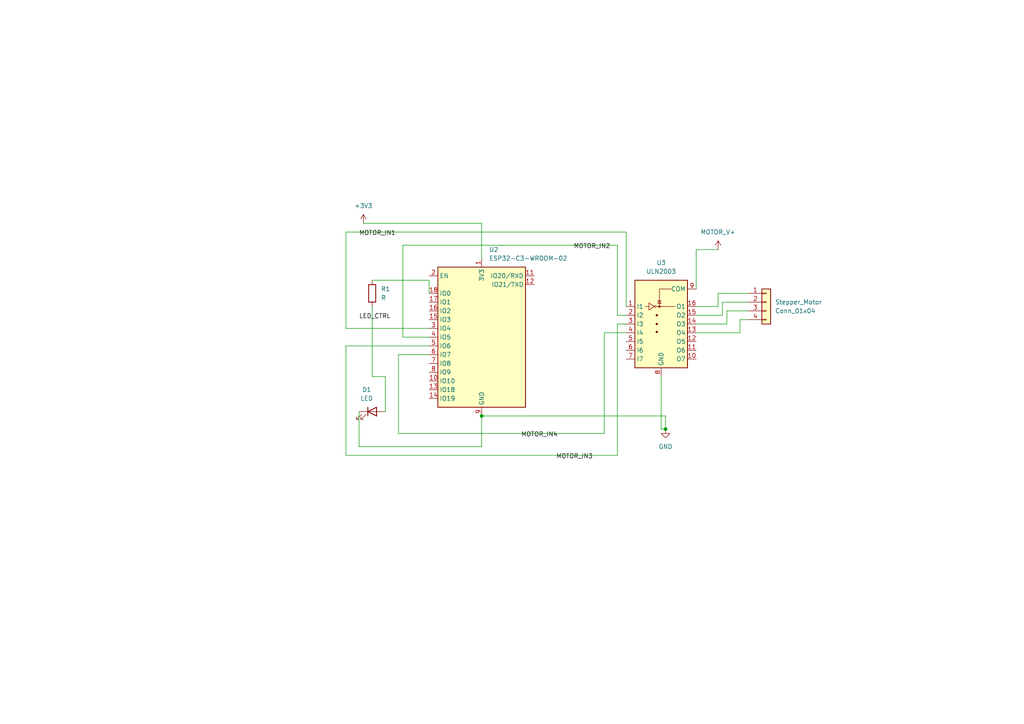
<source format=kicad_sch>
(kicad_sch (version 20250114) (generator "eeschema") (generator_version "9.0")
  (paper "A4")
  (lib_symbols
    (symbol "Connector_Generic:Conn_01x04" (pin_names (offset 1.016) (hide yes))
      (property "Reference" "J" (at 0 5.08 0))
      (property "Value" "Conn_01x04" (at 0 -7.62 0))
      (symbol "Conn_01x04_1_1"
        (rectangle (start -1.27 3.81) (end 1.27 -6.35) (stroke (width 0.254)) (fill (type background)))
        (rectangle (start -1.27 2.667) (end 0 2.413) (stroke (width 0.1524)))
        (rectangle (start -1.27 0.127) (end 0 -0.127) (stroke (width 0.1524)))
        (rectangle (start -1.27 -2.413) (end 0 -2.667) (stroke (width 0.1524)))
        (rectangle (start -1.27 -4.953) (end 0 -5.207) (stroke (width 0.1524)))
        (pin passive line (at -5.08 2.54 0) (length 3.81) (name "Pin_1") (number "1"))
        (pin passive line (at -5.08 0 0) (length 3.81) (name "Pin_2") (number "2"))
        (pin passive line (at -5.08 -2.54 0) (length 3.81) (name "Pin_3") (number "3"))
        (pin passive line (at -5.08 -5.08 0) (length 3.81) (name "Pin_4") (number "4"))
      )
    )
    (symbol "Device:LED" (pin_numbers (hide yes)) (pin_names (offset 1.016) (hide yes))
      (property "Reference" "D" (at 0 2.54 0))
      (property "Value" "LED" (at 0 -2.54 0))
      (symbol "LED_0_1"
        (polyline (pts (xy -3.048 -0.762) (xy -4.572 -2.286) (xy -3.81 -2.286) (xy -4.572 -2.286) (xy -4.572 -1.524)))
        (polyline (pts (xy -1.778 -0.762) (xy -3.302 -2.286) (xy -2.54 -2.286) (xy -3.302 -2.286) (xy -3.302 -1.524)))
        (polyline (pts (xy -1.27 0) (xy 1.27 0)))
        (polyline (pts (xy -1.27 -1.27) (xy -1.27 1.27)) (stroke (width 0.254)))
        (polyline (pts (xy 1.27 -1.27) (xy 1.27 1.27) (xy -1.27 0) (xy 1.27 -1.27)) (stroke (width 0.254)))
      )
      (symbol "LED_1_1"
        (pin passive line (at -3.81 0 0) (length 2.54) (name "K") (number "1"))
        (pin passive line (at 3.81 0 180) (length 2.54) (name "A") (number "2"))
      )
    )
    (symbol "Device:R" (pin_numbers (hide yes)) (pin_names (offset 0))
      (property "Reference" "R" (at 2.032 0 90))
      (property "Value" "R" (at 0 0 90))
      (symbol "R_0_1"
        (rectangle (start -1.016 -2.54) (end 1.016 2.54) (stroke (width 0.254)))
      )
      (symbol "R_1_1"
        (pin passive line (at 0 3.81 270) (length 1.27) (name "~") (number "1"))
        (pin passive line (at 0 -3.81 90) (length 1.27) (name "~") (number "2"))
      )
    )
    (symbol "RF_Module:ESP32-C3-WROOM-02"
      (property "Reference" "U" (at -12.192 21.336 0))
      (property "Value" "ESP32-C3-WROOM-02" (at 12.192 21.336 0))
      (symbol "ESP32-C3-WROOM-02_1_1"
        (rectangle (start -12.7 20.32) (end 12.7 -20.32) (stroke (width 0.254)) (fill (type background)))
        (pin input line (at -15.24 17.78 0) (length 2.54) (name "EN") (number "2"))
        (pin bidirectional line (at -15.24 12.7 0) (length 2.54) (name "IO0") (number "18"))
        (pin bidirectional line (at -15.24 10.16 0) (length 2.54) (name "IO1") (number "17"))
        (pin bidirectional line (at -15.24 7.62 0) (length 2.54) (name "IO2") (number "16"))
        (pin bidirectional line (at -15.24 5.08 0) (length 2.54) (name "IO3") (number "15"))
        (pin bidirectional line (at -15.24 2.54 0) (length 2.54) (name "IO4") (number "3"))
        (pin bidirectional line (at -15.24 0 0) (length 2.54) (name "IO5") (number "4"))
        (pin bidirectional line (at -15.24 -2.54 0) (length 2.54) (name "IO6") (number "5"))
        (pin bidirectional line (at -15.24 -5.08 0) (length 2.54) (name "IO7") (number "6"))
        (pin bidirectional line (at -15.24 -7.62 0) (length 2.54) (name "IO8") (number "7"))
        (pin bidirectional line (at -15.24 -10.16 0) (length 2.54) (name "IO9") (number "8"))
        (pin bidirectional line (at -15.24 -12.7 0) (length 2.54) (name "IO10") (number "10"))
        (pin bidirectional line (at -15.24 -15.24 0) (length 2.54) (name "IO18") (number "13"))
        (pin bidirectional line (at -15.24 -17.78 0) (length 2.54) (name "IO19") (number "14"))
        (pin power_in line (at 0 22.86 270) (length 2.54) (name "3V3") (number "1"))
        (pin passive line (at 0 -22.86 90) (length 2.54) (hide yes) (name "GND") (number "19"))
        (pin power_in line (at 0 -22.86 90) (length 2.54) (name "GND") (number "9"))
        (pin bidirectional line (at 15.24 17.78 180) (length 2.54) (name "IO20/RXD") (number "11"))
        (pin bidirectional line (at 15.24 15.24 180) (length 2.54) (name "IO21/TXD") (number "12"))
      )
    )
    (symbol "Transistor_Array:ULN2003"
      (property "Reference" "U" (at 0 15.875 0))
      (property "Value" "ULN2003" (at 0 13.97 0))
      (symbol "ULN2003_0_1"
        (rectangle (start -7.62 -12.7) (end 7.62 12.7) (stroke (width 0.254)) (fill (type background)))
        (polyline (pts (xy -4.572 5.08) (xy -3.556 5.08)))
        (polyline (pts (xy -3.556 6.096) (xy -3.556 4.064) (xy -2.032 5.08) (xy -3.556 6.096)))
        (circle (center -1.778 5.08) (radius 0.254))
        (polyline (pts (xy -1.524 5.08) (xy 4.064 5.08)))
        (circle (center -1.27 2.54) (radius 0.254) (fill (type outline)))
        (circle (center -1.27 0) (radius 0.254) (fill (type outline)))
        (circle (center -1.27 -2.286) (radius 0.254) (fill (type outline)))
        (circle (center -0.508 5.08) (radius 0.254) (fill (type outline)))
        (polyline (pts (xy -0.508 5.08) (xy -0.508 10.16) (xy 2.921 10.16)))
        (polyline (pts (xy 0 6.731) (xy -1.016 6.731)))
        (polyline (pts (xy 0 5.969) (xy -1.016 5.969) (xy -0.508 6.731) (xy 0 5.969)))
      )
      (symbol "ULN2003_1_1"
        (pin input line (at -10.16 5.08 0) (length 2.54) (name "I1") (number "1"))
        (pin input line (at -10.16 2.54 0) (length 2.54) (name "I2") (number "2"))
        (pin input line (at -10.16 0 0) (length 2.54) (name "I3") (number "3"))
        (pin input line (at -10.16 -2.54 0) (length 2.54) (name "I4") (number "4"))
        (pin input line (at -10.16 -5.08 0) (length 2.54) (name "I5") (number "5"))
        (pin input line (at -10.16 -7.62 0) (length 2.54) (name "I6") (number "6"))
        (pin input line (at -10.16 -10.16 0) (length 2.54) (name "I7") (number "7"))
        (pin power_in line (at 0 -15.24 90) (length 2.54) (name "GND") (number "8"))
        (pin passive line (at 10.16 10.16 180) (length 2.54) (name "COM") (number "9"))
        (pin open_collector line (at 10.16 5.08 180) (length 2.54) (name "O1") (number "16"))
        (pin open_collector line (at 10.16 2.54 180) (length 2.54) (name "O2") (number "15"))
        (pin open_collector line (at 10.16 0 180) (length 2.54) (name "O3") (number "14"))
        (pin open_collector line (at 10.16 -2.54 180) (length 2.54) (name "O4") (number "13"))
        (pin open_collector line (at 10.16 -5.08 180) (length 2.54) (name "O5") (number "12"))
        (pin open_collector line (at 10.16 -7.62 180) (length 2.54) (name "O6") (number "11"))
        (pin open_collector line (at 10.16 -10.16 180) (length 2.54) (name "O7") (number "10"))
      )
    )
    (symbol "power:+3V3" (power) (pin_numbers (hide yes)) (pin_names (offset 0) (hide yes))
      (property "Value" "+3V3" (at 0 3.556 0))
      (symbol "+3V3_0_1"
        (polyline (pts (xy -0.762 1.27) (xy 0 2.54)))
        (polyline (pts (xy 0 2.54) (xy 0.762 1.27)))
        (polyline (pts (xy 0 0) (xy 0 2.54)))
      )
      (symbol "+3V3_1_1"
        (pin power_in line (at 0 0 90) (length 0) (name "~") (number "1"))
      )
    )
    (symbol "power:+5V" (power) (pin_numbers (hide yes)) (pin_names (offset 0) (hide yes))
      (property "Value" "+5V" (at 0 3.556 0))
      (symbol "+5V_0_1"
        (polyline (pts (xy -0.762 1.27) (xy 0 2.54)))
        (polyline (pts (xy 0 2.54) (xy 0.762 1.27)))
        (polyline (pts (xy 0 0) (xy 0 2.54)))
      )
      (symbol "+5V_1_1"
        (pin power_in line (at 0 0 90) (length 0) (name "~") (number "1"))
      )
    )
    (symbol "power:GND" (power) (pin_numbers (hide yes)) (pin_names (offset 0) (hide yes))
      (property "Value" "GND" (at 0 -3.81 0))
      (symbol "GND_0_1"
        (polyline (pts (xy 0 0) (xy 0 -1.27) (xy 1.27 -1.27) (xy 0 -2.54) (xy -1.27 -1.27) (xy 0 -1.27)))
      )
      (symbol "GND_1_1"
        (pin power_in line (at 0 0 270) (length 0) (name "~") (number "1"))
      )
    )
  )
  (junction (at 193.04 124.46))
  (junction (at 139.7 120.65))
  (wire (pts (xy 124.46 95.25) (xy 100.33 95.25)))
  (wire (pts (xy 124.46 81.28) (xy 107.95 81.28)))
  (wire (pts (xy 214.63 96.52) (xy 214.63 92.71)))
  (wire (pts (xy 124.46 97.79) (xy 116.84 97.79)))
  (wire (pts (xy 104.14 119.38) (xy 104.14 129.54)))
  (wire (pts (xy 181.61 67.31) (xy 181.61 88.9)))
  (wire (pts (xy 201.93 88.9) (xy 208.28 88.9)))
  (wire (pts (xy 201.93 83.82) (xy 201.93 72.39)))
  (wire (pts (xy 208.28 85.09) (xy 217.17 85.09)))
  (wire (pts (xy 175.26 125.73) (xy 175.26 96.52)))
  (wire (pts (xy 201.93 96.52) (xy 214.63 96.52)))
  (wire (pts (xy 115.57 102.87) (xy 115.57 125.73)))
  (wire (pts (xy 191.77 124.46) (xy 193.04 124.46)))
  (wire (pts (xy 139.7 120.65) (xy 193.04 120.65)))
  (wire (pts (xy 107.95 109.22) (xy 111.76 109.22)))
  (wire (pts (xy 214.63 92.71) (xy 217.17 92.71)))
  (wire (pts (xy 124.46 102.87) (xy 115.57 102.87)))
  (wire (pts (xy 124.46 100.33) (xy 100.33 100.33)))
  (wire (pts (xy 111.76 109.22) (xy 111.76 119.38)))
  (wire (pts (xy 105.41 64.77) (xy 139.7 64.77)))
  (wire (pts (xy 209.55 91.44) (xy 209.55 87.63)))
  (wire (pts (xy 100.33 67.31) (xy 181.61 67.31)))
  (wire (pts (xy 124.46 85.09) (xy 124.46 81.28)))
  (wire (pts (xy 139.7 120.65) (xy 139.7 129.54)))
  (wire (pts (xy 179.07 132.08) (xy 179.07 93.98)))
  (wire (pts (xy 179.07 91.44) (xy 181.61 91.44)))
  (wire (pts (xy 210.82 90.17) (xy 217.17 90.17)))
  (wire (pts (xy 210.82 93.98) (xy 210.82 90.17)))
  (wire (pts (xy 179.07 71.12) (xy 179.07 91.44)))
  (wire (pts (xy 139.7 64.77) (xy 139.7 74.93)))
  (wire (pts (xy 116.84 97.79) (xy 116.84 71.12)))
  (wire (pts (xy 191.77 109.22) (xy 191.77 124.46)))
  (wire (pts (xy 201.93 72.39) (xy 208.28 72.39)))
  (wire (pts (xy 193.04 120.65) (xy 193.04 124.46)))
  (wire (pts (xy 107.95 88.9) (xy 107.95 109.22)))
  (wire (pts (xy 100.33 132.08) (xy 179.07 132.08)))
  (wire (pts (xy 209.55 87.63) (xy 217.17 87.63)))
  (wire (pts (xy 100.33 100.33) (xy 100.33 132.08)))
  (wire (pts (xy 201.93 91.44) (xy 209.55 91.44)))
  (wire (pts (xy 179.07 93.98) (xy 181.61 93.98)))
  (wire (pts (xy 115.57 125.73) (xy 175.26 125.73)))
  (wire (pts (xy 175.26 96.52) (xy 181.61 96.52)))
  (wire (pts (xy 100.33 95.25) (xy 100.33 67.31)))
  (wire (pts (xy 201.93 93.98) (xy 210.82 93.98)))
  (wire (pts (xy 208.28 88.9) (xy 208.28 85.09)))
  (wire (pts (xy 116.84 71.12) (xy 179.07 71.12)))
  (wire (pts (xy 104.14 129.54) (xy 139.7 129.54)))
  (label "MOTOR_IN2" (at 166.37 72.39 0))
  (label "MOTOR_IN3" (at 161.29 133.35 0))
  (label "MOTOR_IN4" (at 151.13 127 0))
  (label "MOTOR_IN1" (at 104.14 68.58 0))
  (label "LED_CTRL" (at 104.14 92.71 0))
  (symbol (lib_id "Connector_Generic:Conn_01x04") (at 222.25 87.63 0) (unit 1)
    (property "Reference" "Stepper_Motor" (at 224.79 87.6299 0) (effects (justify left)))
    (property "Value" "Conn_01x04" (at 224.79 90.1699 0) (effects (justify left)))
    (property "Description" "Generic connector, single row, 01x04, script generated (kicad-library-utils/schlib/autogen/connector/)" (effects (hide yes)))
  )
  (symbol (lib_id "power:GND") (at 193.04 124.46 0) (unit 1)
    (property "Reference" "#PWR04" (effects (hide yes)))
    (property "Value" "GND" (at 193.04 129.54 0))
    (property "Description" "Power symbol creates a global label with name \"GND\" , ground" (effects (hide yes)))
  )
  (symbol (lib_id "RF_Module:ESP32-C3-WROOM-02") (at 139.7 97.79 0) (unit 1)
    (property "Reference" "U2" (at 141.8433 72.39 0) (effects (justify left)))
    (property "Value" "ESP32-C3-WROOM-02" (at 141.8433 74.93 0) (effects (justify left)))
    (property "Footprint" "RF_Module:ESP32-C3-WROOM-02" (effects (hide yes)))
    (property "Datasheet" "https://www.espressif.com/sites/default/files/documentation/esp32-c3-wroom-02_datasheet_en.pdf" (effects (hide yes)))
    (property "Description" "802.11 b/g/n Wi­Fi and Bluetooth 5 module, ESP32­C3 SoC, RISC­V microprocessor, On-board antenna" (effects (hide yes)))
  )
  (symbol (lib_id "Transistor_Array:ULN2003") (at 191.77 93.98 0) (unit 1)
    (property "Reference" "U3" (at 191.77 76.2 0))
    (property "Value" "ULN2003" (at 191.77 78.74 0))
    (property "Datasheet" "http://www.ti.com/lit/ds/symlink/uln2003a.pdf" (effects (hide yes)))
    (property "Description" "High Voltage, High Current Darlington Transistor Arrays, SOIC16/SOIC16W/DIP16/TSSOP16" (effects (hide yes)))
  )
  (symbol (lib_id "Device:LED") (at 107.95 119.38 0) (unit 1)
    (property "Reference" "D1" (at 106.3625 113.03 0))
    (property "Value" "LED" (at 106.3625 115.57 0))
    (property "Description" "Light emitting diode" (effects (hide yes)))
    (property "Sim.Pins" "1=K 2=A" (effects (hide yes)))
  )
  (symbol (lib_id "power:+5V") (at 208.28 72.39 0) (unit 1)
    (property "Reference" "#PWR05" (effects (hide yes)))
    (property "Value" "MOTOR_V+" (at 208.28 67.31 0))
    (property "Description" "Power symbol creates a global label with name \"+5V\"" (effects (hide yes)))
  )
  (symbol (lib_id "power:+3V3") (at 105.41 64.77 0) (unit 1)
    (property "Reference" "#PWR03" (effects (hide yes)))
    (property "Value" "+3V3" (at 105.41 59.69 0))
    (property "Description" "Power symbol creates a global label with name \"+3V3\"" (effects (hide yes)))
  )
  (symbol (lib_id "Device:R") (at 107.95 85.09 0) (unit 1)
    (property "Reference" "R1" (at 110.49 83.8199 0) (effects (justify left)))
    (property "Value" "R" (at 110.49 86.3599 0) (effects (justify left)))
    (property "Description" "Resistor" (effects (hide yes)))
  )
)
</source>
